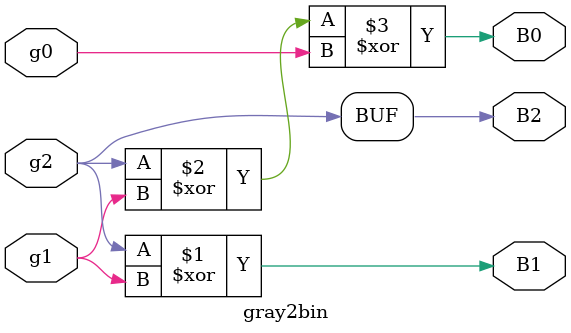
<source format=v>
`timescale 1 ns/100 ps

module gray2bin (output B2, B1, B0, input g2, g1, g0);
	assign B2 = g2;
	assign B1 = g2 ^ g1;
	assign B0 = g2 ^ g1 ^ g0;

endmodule
</source>
